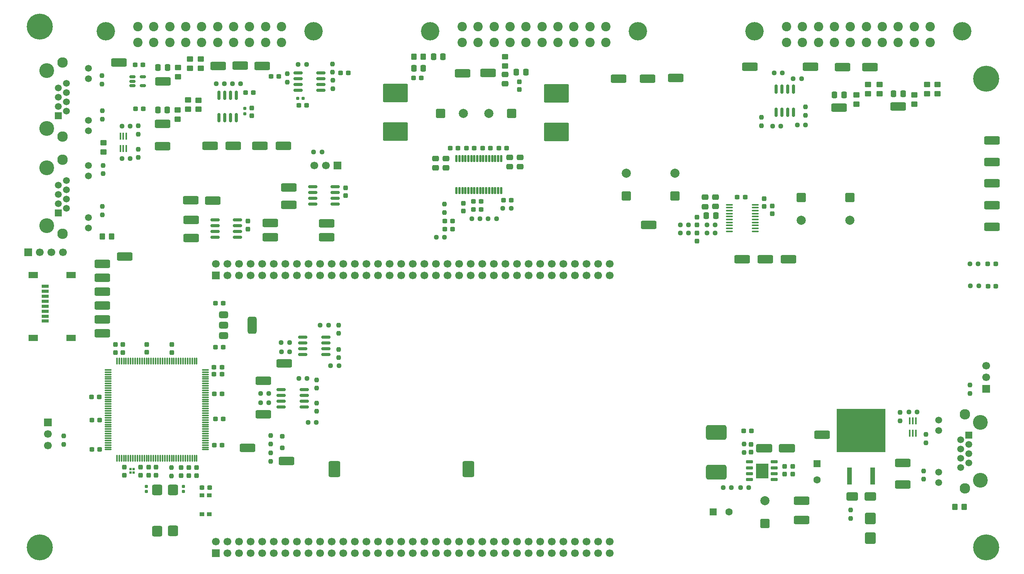
<source format=gbr>
%TF.GenerationSoftware,KiCad,Pcbnew,9.0.3*%
%TF.CreationDate,2025-10-14T12:15:04-07:00*%
%TF.ProjectId,VCU_v1,5643555f-7631-42e6-9b69-6361645f7063,rev?*%
%TF.SameCoordinates,Original*%
%TF.FileFunction,Soldermask,Top*%
%TF.FilePolarity,Negative*%
%FSLAX46Y46*%
G04 Gerber Fmt 4.6, Leading zero omitted, Abs format (unit mm)*
G04 Created by KiCad (PCBNEW 9.0.3) date 2025-10-14 12:15:04*
%MOMM*%
%LPD*%
G01*
G04 APERTURE LIST*
G04 Aperture macros list*
%AMRoundRect*
0 Rectangle with rounded corners*
0 $1 Rounding radius*
0 $2 $3 $4 $5 $6 $7 $8 $9 X,Y pos of 4 corners*
0 Add a 4 corners polygon primitive as box body*
4,1,4,$2,$3,$4,$5,$6,$7,$8,$9,$2,$3,0*
0 Add four circle primitives for the rounded corners*
1,1,$1+$1,$2,$3*
1,1,$1+$1,$4,$5*
1,1,$1+$1,$6,$7*
1,1,$1+$1,$8,$9*
0 Add four rect primitives between the rounded corners*
20,1,$1+$1,$2,$3,$4,$5,0*
20,1,$1+$1,$4,$5,$6,$7,0*
20,1,$1+$1,$6,$7,$8,$9,0*
20,1,$1+$1,$8,$9,$2,$3,0*%
G04 Aperture macros list end*
%ADD10C,0.100000*%
%ADD11RoundRect,0.237500X0.250000X0.237500X-0.250000X0.237500X-0.250000X-0.237500X0.250000X-0.237500X0*%
%ADD12RoundRect,0.250000X1.000000X0.650000X-1.000000X0.650000X-1.000000X-0.650000X1.000000X-0.650000X0*%
%ADD13RoundRect,0.390000X-0.910000X-1.360000X0.910000X-1.360000X0.910000X1.360000X-0.910000X1.360000X0*%
%ADD14RoundRect,0.237500X-0.237500X0.250000X-0.237500X-0.250000X0.237500X-0.250000X0.237500X0.250000X0*%
%ADD15RoundRect,0.250000X-1.450000X-0.650000X1.450000X-0.650000X1.450000X0.650000X-1.450000X0.650000X0*%
%ADD16RoundRect,0.375000X-0.625000X-0.375000X0.625000X-0.375000X0.625000X0.375000X-0.625000X0.375000X0*%
%ADD17RoundRect,0.500000X-0.500000X-1.400000X0.500000X-1.400000X0.500000X1.400000X-0.500000X1.400000X0*%
%ADD18RoundRect,0.250000X0.450000X-0.350000X0.450000X0.350000X-0.450000X0.350000X-0.450000X-0.350000X0*%
%ADD19C,3.600000*%
%ADD20C,5.700000*%
%ADD21RoundRect,0.237500X-0.250000X-0.237500X0.250000X-0.237500X0.250000X0.237500X-0.250000X0.237500X0*%
%ADD22RoundRect,0.250000X-0.337500X-0.475000X0.337500X-0.475000X0.337500X0.475000X-0.337500X0.475000X0*%
%ADD23RoundRect,0.237500X0.300000X0.237500X-0.300000X0.237500X-0.300000X-0.237500X0.300000X-0.237500X0*%
%ADD24C,3.250000*%
%ADD25R,1.500000X1.500000*%
%ADD26C,1.500000*%
%ADD27C,2.300000*%
%ADD28RoundRect,0.250000X0.337500X0.475000X-0.337500X0.475000X-0.337500X-0.475000X0.337500X-0.475000X0*%
%ADD29RoundRect,0.237500X0.237500X-0.250000X0.237500X0.250000X-0.237500X0.250000X-0.237500X-0.250000X0*%
%ADD30RoundRect,0.067500X0.157500X-0.682500X0.157500X0.682500X-0.157500X0.682500X-0.157500X-0.682500X0*%
%ADD31RoundRect,0.067500X-0.157500X0.682500X-0.157500X-0.682500X0.157500X-0.682500X0.157500X0.682500X0*%
%ADD32RoundRect,0.237500X-0.237500X0.300000X-0.237500X-0.300000X0.237500X-0.300000X0.237500X0.300000X0*%
%ADD33RoundRect,0.250000X0.750000X0.750000X-0.750000X0.750000X-0.750000X-0.750000X0.750000X-0.750000X0*%
%ADD34C,2.000000*%
%ADD35RoundRect,0.100000X-0.637500X-0.100000X0.637500X-0.100000X0.637500X0.100000X-0.637500X0.100000X0*%
%ADD36RoundRect,0.250000X-0.550000X-0.550000X0.550000X-0.550000X0.550000X0.550000X-0.550000X0.550000X0*%
%ADD37C,1.600000*%
%ADD38RoundRect,0.250000X-0.550000X0.550000X-0.550000X-0.550000X0.550000X-0.550000X0.550000X0.550000X0*%
%ADD39R,1.000000X0.900000*%
%ADD40C,4.038600*%
%ADD41C,2.057400*%
%ADD42RoundRect,0.250000X0.900000X-1.000000X0.900000X1.000000X-0.900000X1.000000X-0.900000X-1.000000X0*%
%ADD43R,1.700000X1.700000*%
%ADD44C,1.700000*%
%ADD45RoundRect,0.155000X-0.155000X0.212500X-0.155000X-0.212500X0.155000X-0.212500X0.155000X0.212500X0*%
%ADD46RoundRect,0.250000X2.500000X-1.750000X2.500000X1.750000X-2.500000X1.750000X-2.500000X-1.750000X0*%
%ADD47RoundRect,0.237500X0.237500X-0.300000X0.237500X0.300000X-0.237500X0.300000X-0.237500X-0.300000X0*%
%ADD48RoundRect,0.237500X-0.300000X-0.237500X0.300000X-0.237500X0.300000X0.237500X-0.300000X0.237500X0*%
%ADD49RoundRect,0.250000X1.450000X0.650000X-1.450000X0.650000X-1.450000X-0.650000X1.450000X-0.650000X0*%
%ADD50RoundRect,0.162500X0.825000X0.162500X-0.825000X0.162500X-0.825000X-0.162500X0.825000X-0.162500X0*%
%ADD51RoundRect,0.237500X0.287500X0.237500X-0.287500X0.237500X-0.287500X-0.237500X0.287500X-0.237500X0*%
%ADD52RoundRect,0.090000X-0.685000X-0.210000X0.685000X-0.210000X0.685000X0.210000X-0.685000X0.210000X0*%
%ADD53RoundRect,0.155000X0.155000X-0.212500X0.155000X0.212500X-0.155000X0.212500X-0.155000X-0.212500X0*%
%ADD54RoundRect,0.250000X-0.750000X-0.750000X0.750000X-0.750000X0.750000X0.750000X-0.750000X0.750000X0*%
%ADD55RoundRect,0.250000X1.500000X0.650000X-1.500000X0.650000X-1.500000X-0.650000X1.500000X-0.650000X0*%
%ADD56RoundRect,0.330000X-0.770000X0.820000X-0.770000X-0.820000X0.770000X-0.820000X0.770000X0.820000X0*%
%ADD57RoundRect,0.250000X-0.750000X0.750000X-0.750000X-0.750000X0.750000X-0.750000X0.750000X0.750000X0*%
%ADD58RoundRect,0.250000X0.350000X0.450000X-0.350000X0.450000X-0.350000X-0.450000X0.350000X-0.450000X0*%
%ADD59RoundRect,0.155000X-0.212500X-0.155000X0.212500X-0.155000X0.212500X0.155000X-0.212500X0.155000X0*%
%ADD60RoundRect,0.250000X0.250000X-0.250000X0.250000X0.250000X-0.250000X0.250000X-0.250000X-0.250000X0*%
%ADD61RoundRect,0.100000X-0.100000X0.650000X-0.100000X-0.650000X0.100000X-0.650000X0.100000X0.650000X0*%
%ADD62RoundRect,0.495000X-1.755000X-1.155000X1.755000X-1.155000X1.755000X1.155000X-1.755000X1.155000X0*%
%ADD63RoundRect,0.250000X0.475000X-0.337500X0.475000X0.337500X-0.475000X0.337500X-0.475000X-0.337500X0*%
%ADD64RoundRect,0.250000X-0.350000X-0.450000X0.350000X-0.450000X0.350000X0.450000X-0.350000X0.450000X0*%
%ADD65RoundRect,0.250000X-0.475000X0.337500X-0.475000X-0.337500X0.475000X-0.337500X0.475000X0.337500X0*%
%ADD66R,1.500000X0.800000*%
%ADD67R,2.000000X1.450000*%
%ADD68RoundRect,0.250000X0.750000X-0.750000X0.750000X0.750000X-0.750000X0.750000X-0.750000X-0.750000X0*%
%ADD69RoundRect,0.150000X0.825000X0.150000X-0.825000X0.150000X-0.825000X-0.150000X0.825000X-0.150000X0*%
%ADD70RoundRect,0.075000X0.075000X-0.662500X0.075000X0.662500X-0.075000X0.662500X-0.075000X-0.662500X0*%
%ADD71RoundRect,0.075000X0.662500X-0.075000X0.662500X0.075000X-0.662500X0.075000X-0.662500X-0.075000X0*%
%ADD72RoundRect,0.150000X-0.825000X-0.150000X0.825000X-0.150000X0.825000X0.150000X-0.825000X0.150000X0*%
%ADD73RoundRect,0.100000X0.100000X-0.650000X0.100000X0.650000X-0.100000X0.650000X-0.100000X-0.650000X0*%
%ADD74RoundRect,0.070500X0.164500X-0.189500X0.164500X0.189500X-0.164500X0.189500X-0.164500X-0.189500X0*%
%ADD75R,10.670000X9.450000*%
%ADD76R,1.050000X3.800000*%
%ADD77RoundRect,0.150000X-0.150000X0.825000X-0.150000X-0.825000X0.150000X-0.825000X0.150000X0.825000X0*%
%ADD78RoundRect,0.250000X-0.450000X0.350000X-0.450000X-0.350000X0.450000X-0.350000X0.450000X0.350000X0*%
%ADD79RoundRect,0.162500X0.162500X-0.825000X0.162500X0.825000X-0.162500X0.825000X-0.162500X-0.825000X0*%
%ADD80RoundRect,0.150000X-0.512500X-0.150000X0.512500X-0.150000X0.512500X0.150000X-0.512500X0.150000X0*%
G04 APERTURE END LIST*
%TO.C,U2*%
D10*
X187008000Y-153098000D02*
X189608000Y-153098000D01*
X189608000Y-156198000D01*
X187008000Y-156198000D01*
X187008000Y-153098000D01*
G36*
X187008000Y-153098000D02*
G01*
X189608000Y-153098000D01*
X189608000Y-156198000D01*
X187008000Y-156198000D01*
X187008000Y-153098000D01*
G37*
%TD*%
D11*
%TO.C,R23*%
X126492000Y-99314000D03*
X124667000Y-99314000D03*
%TD*%
D12*
%TO.C,D5*%
X212058000Y-160274000D03*
X208058000Y-160274000D03*
%TD*%
D13*
%TO.C,BT1*%
X94520000Y-154269773D03*
X123920000Y-154269773D03*
%TD*%
D14*
%TO.C,R60*%
X188222611Y-77065500D03*
X188222611Y-78890500D03*
%TD*%
D15*
%TO.C,TP48*%
X196998021Y-161218766D03*
%TD*%
D16*
%TO.C,U3*%
X70256000Y-120382000D03*
X70256000Y-122682000D03*
D17*
X76556000Y-122682000D03*
D16*
X70256000Y-124982000D03*
%TD*%
D18*
%TO.C,R61*%
X60198000Y-77454000D03*
X60198000Y-75454000D03*
%TD*%
D19*
%TO.C,H1*%
X237490000Y-68580000D03*
D20*
X237490000Y-68580000D03*
%TD*%
D21*
%TO.C,R49*%
X93732849Y-131572000D03*
X95557849Y-131572000D03*
%TD*%
D15*
%TO.C,TP53*%
X48564500Y-107645500D03*
%TD*%
D22*
%TO.C,C81*%
X55900943Y-66116891D03*
X57975943Y-66116891D03*
%TD*%
D18*
%TO.C,R72*%
X209050611Y-74152000D03*
X209050611Y-72152000D03*
%TD*%
D23*
%TO.C,C60*%
X132342177Y-83844001D03*
X130617177Y-83844001D03*
%TD*%
D24*
%TO.C,J8*%
X31500000Y-100840000D03*
X31500000Y-88140000D03*
D25*
X34040000Y-98050000D03*
D26*
X35820000Y-97034000D03*
X34040000Y-96018000D03*
X35820000Y-95002000D03*
X34040000Y-93986000D03*
X35820000Y-92970000D03*
X34040000Y-91954000D03*
X35820000Y-90938000D03*
X40640000Y-101350000D03*
X40640000Y-99060000D03*
X40640000Y-89920000D03*
X40640000Y-87630000D03*
D27*
X34930000Y-102620000D03*
X34930000Y-86360000D03*
%TD*%
D28*
%TO.C,C71*%
X178183490Y-98657678D03*
X176108490Y-98657678D03*
%TD*%
D22*
%TO.C,C69*%
X111992500Y-66318001D03*
X114067500Y-66318001D03*
%TD*%
D15*
%TO.C,TP10*%
X78740000Y-65786000D03*
%TD*%
D29*
%TO.C,R48*%
X80556501Y-148755000D03*
X80556501Y-146930000D03*
%TD*%
D21*
%TO.C,R41*%
X90019500Y-84709000D03*
X91844500Y-84709000D03*
%TD*%
D18*
%TO.C,R64*%
X62484000Y-75279000D03*
X62484000Y-73279000D03*
%TD*%
D15*
%TO.C,TP57*%
X238760000Y-86868000D03*
%TD*%
D18*
%TO.C,R58*%
X65278000Y-66294000D03*
X65278000Y-64294000D03*
%TD*%
D30*
%TO.C,U13*%
X121344000Y-93106000D03*
X121994000Y-93106000D03*
X122644000Y-93106000D03*
X123294000Y-93106000D03*
X123944000Y-93106000D03*
X124594000Y-93106000D03*
X125244000Y-93106000D03*
X125894000Y-93106000D03*
X126544000Y-93106000D03*
X127194000Y-93106000D03*
X127844000Y-93106000D03*
X128494000Y-93106000D03*
X129144000Y-93106000D03*
X129794000Y-93106000D03*
X130444000Y-93106000D03*
X131094000Y-93106000D03*
D31*
X131094000Y-86106000D03*
X130444000Y-86106000D03*
X129794000Y-86106000D03*
X129144000Y-86106000D03*
X128494000Y-86106000D03*
X127844000Y-86106000D03*
X127194000Y-86106000D03*
X126544000Y-86106000D03*
X125894000Y-86106000D03*
X125244000Y-86106000D03*
X124594000Y-86106000D03*
X123944000Y-86106000D03*
X123294000Y-86106000D03*
X122644000Y-86106000D03*
X121994000Y-86106000D03*
X121344000Y-86106000D03*
%TD*%
D23*
%TO.C,C26*%
X69945001Y-137783001D03*
X68220001Y-137783001D03*
%TD*%
D15*
%TO.C,TP56*%
X238760000Y-82095000D03*
%TD*%
D22*
%TO.C,C84*%
X204203111Y-72136000D03*
X206278111Y-72136000D03*
%TD*%
D32*
%TO.C,C28*%
X58922501Y-126944900D03*
X58922501Y-128669900D03*
%TD*%
D15*
%TO.C,TP30*%
X163195000Y-68580000D03*
%TD*%
D14*
%TO.C,R38*%
X43561000Y-67921500D03*
X43561000Y-69746500D03*
%TD*%
D24*
%TO.C,J7*%
X31496000Y-79498000D03*
X31496000Y-66798000D03*
D25*
X34036000Y-76708000D03*
D26*
X35816000Y-75692000D03*
X34036000Y-74676000D03*
X35816000Y-73660000D03*
X34036000Y-72644000D03*
X35816000Y-71628000D03*
X34036000Y-70612000D03*
X35816000Y-69596000D03*
X40636000Y-80008000D03*
X40636000Y-77718000D03*
X40636000Y-68578000D03*
X40636000Y-66288000D03*
D27*
X34926000Y-81278000D03*
X34926000Y-65018000D03*
%TD*%
D33*
%TO.C,C65*%
X133431677Y-76224001D03*
D34*
X128431677Y-76224001D03*
%TD*%
D35*
%TO.C,U14*%
X181141490Y-96240678D03*
X181141490Y-96890678D03*
X181141490Y-97540678D03*
X181141490Y-98190678D03*
X181141490Y-98840678D03*
X181141490Y-99490678D03*
X181141490Y-100140678D03*
X181141490Y-100790678D03*
X181141490Y-101440678D03*
X181141490Y-102090678D03*
X186866490Y-102090678D03*
X186866490Y-101440678D03*
X186866490Y-100790678D03*
X186866490Y-100140678D03*
X186866490Y-99490678D03*
X186866490Y-98840678D03*
X186866490Y-98190678D03*
X186866490Y-97540678D03*
X186866490Y-96890678D03*
X186866490Y-96240678D03*
%TD*%
D18*
%TO.C,R35*%
X43942000Y-84677000D03*
X43942000Y-82677000D03*
%TD*%
%TO.C,R67*%
X214130611Y-71893000D03*
X214130611Y-69893000D03*
%TD*%
D21*
%TO.C,R62*%
X190612111Y-78994000D03*
X192437111Y-78994000D03*
%TD*%
D36*
%TO.C,C11*%
X177602000Y-163660000D03*
D37*
X181102000Y-163660000D03*
%TD*%
D15*
%TO.C,TP21*%
X84582000Y-92481400D03*
%TD*%
D38*
%TO.C,C2*%
X200406000Y-153117349D03*
D37*
X200406000Y-156617349D03*
%TD*%
D39*
%TO.C,SW1*%
X65541800Y-164149300D03*
X65541800Y-160049300D03*
X67141800Y-164149300D03*
X67141800Y-160049300D03*
%TD*%
D15*
%TO.C,TP17*%
X63142500Y-103555800D03*
%TD*%
D32*
%TO.C,C38*%
X53791701Y-153867800D03*
X53791701Y-155592800D03*
%TD*%
D15*
%TO.C,TP37*%
X218194611Y-74676000D03*
%TD*%
D29*
%TO.C,R76*%
X51562000Y-80772000D03*
X51562000Y-78947000D03*
%TD*%
D11*
%TO.C,R53*%
X84739349Y-128508255D03*
X82914349Y-128508255D03*
%TD*%
D40*
%TO.C,U6*%
X89950011Y-58166000D03*
X44450000Y-58166000D03*
D41*
X82950010Y-60626001D03*
X79450009Y-60626001D03*
X75950008Y-60626001D03*
X72450005Y-60626001D03*
X68950005Y-60626001D03*
X65450004Y-60626001D03*
X61950003Y-60626001D03*
X58450003Y-60626001D03*
X54950002Y-60626001D03*
X51450001Y-60626001D03*
X82950010Y-57125999D03*
X79450009Y-57125999D03*
X75950008Y-57125999D03*
X72450005Y-57125999D03*
X68950005Y-57125999D03*
X65450004Y-57125999D03*
X61950003Y-57125999D03*
X58450003Y-57125999D03*
X54950002Y-57125999D03*
X51450001Y-57125999D03*
%TD*%
D15*
%TO.C,TP5*%
X219151200Y-152908000D03*
%TD*%
%TO.C,TP59*%
X238760000Y-96393000D03*
%TD*%
D40*
%TO.C,U7*%
X161070011Y-58166000D03*
X115570000Y-58166000D03*
D41*
X154070010Y-60626001D03*
X150570009Y-60626001D03*
X147070008Y-60626001D03*
X143570005Y-60626001D03*
X140070005Y-60626001D03*
X136570004Y-60626001D03*
X133070003Y-60626001D03*
X129570003Y-60626001D03*
X126070002Y-60626001D03*
X122570001Y-60626001D03*
X154070010Y-57125999D03*
X150570009Y-57125999D03*
X147070008Y-57125999D03*
X143570005Y-57125999D03*
X140070005Y-57125999D03*
X136570004Y-57125999D03*
X133070003Y-57125999D03*
X129570003Y-57125999D03*
X126070002Y-57125999D03*
X122570001Y-57125999D03*
%TD*%
D15*
%TO.C,TP19*%
X80530300Y-103352600D03*
%TD*%
D14*
%TO.C,R47*%
X80556501Y-150740000D03*
X80556501Y-152565000D03*
%TD*%
D42*
%TO.C,D6*%
X212090000Y-169418000D03*
X212090000Y-165118000D03*
%TD*%
D43*
%TO.C,JP3*%
X237490000Y-136652000D03*
D44*
X237490000Y-134112000D03*
X237490000Y-131572000D03*
%TD*%
D45*
%TO.C,C34*%
X53325300Y-158053300D03*
X53325300Y-159188300D03*
%TD*%
D46*
%TO.C,L3*%
X107950000Y-80220001D03*
X107950000Y-71720001D03*
%TD*%
D15*
%TO.C,TP39*%
X205994000Y-66040000D03*
%TD*%
D14*
%TO.C,R46*%
X90684849Y-134707755D03*
X90684849Y-136532755D03*
%TD*%
D15*
%TO.C,TP38*%
X205240611Y-74930000D03*
%TD*%
D47*
%TO.C,C23*%
X64307301Y-155694400D03*
X64307301Y-153969400D03*
%TD*%
D23*
%TO.C,C16*%
X70204500Y-117856000D03*
X68479500Y-117856000D03*
%TD*%
D15*
%TO.C,TP11*%
X78232000Y-83312000D03*
%TD*%
D11*
%TO.C,R14*%
X88426700Y-65455800D03*
X86601700Y-65455800D03*
%TD*%
D48*
%TO.C,C30*%
X41296001Y-138475400D03*
X43021001Y-138475400D03*
%TD*%
D23*
%TO.C,C58*%
X125230177Y-83844001D03*
X123505177Y-83844001D03*
%TD*%
D49*
%TO.C,TP27*%
X79000849Y-142224255D03*
%TD*%
D50*
%TO.C,Q3*%
X87920001Y-140603500D03*
X87920001Y-139333500D03*
X87920001Y-138063500D03*
X87920001Y-136793500D03*
X82845001Y-136793500D03*
X82845001Y-138063500D03*
X82845001Y-139333500D03*
X82845001Y-140603500D03*
%TD*%
D18*
%TO.C,R68*%
X226830611Y-71898000D03*
X226830611Y-69898000D03*
%TD*%
D32*
%TO.C,C20*%
X53436101Y-126926000D03*
X53436101Y-128651000D03*
%TD*%
D15*
%TO.C,TP14*%
X69088000Y-65786000D03*
%TD*%
D49*
%TO.C,TP31*%
X83572849Y-131048255D03*
%TD*%
D11*
%TO.C,R4*%
X84732500Y-126492000D03*
X82907500Y-126492000D03*
%TD*%
D51*
%TO.C,D7*%
X239569146Y-109216951D03*
X237819146Y-109216951D03*
%TD*%
D15*
%TO.C,TP26*%
X128270000Y-67310000D03*
%TD*%
%TO.C,TP55*%
X83349406Y-83310590D03*
%TD*%
%TO.C,TP22*%
X92837000Y-103378000D03*
%TD*%
D52*
%TO.C,U2*%
X185608000Y-152698000D03*
X185608000Y-153998000D03*
X185608000Y-155298000D03*
X185608000Y-156598000D03*
X191008000Y-156598000D03*
X191008000Y-155298000D03*
X191008000Y-153998000D03*
X191008000Y-152698000D03*
%TD*%
D53*
%TO.C,C5*%
X74930000Y-76259500D03*
X74930000Y-75124500D03*
%TD*%
D54*
%TO.C,C66*%
X117843677Y-76224001D03*
D34*
X122843677Y-76224001D03*
%TD*%
D15*
%TO.C,TP25*%
X122682000Y-67437000D03*
%TD*%
D47*
%TO.C,C36*%
X48499300Y-155613800D03*
X48499300Y-153888800D03*
%TD*%
D55*
%TO.C,D2*%
X193762000Y-149690000D03*
X188762000Y-149690000D03*
%TD*%
D23*
%TO.C,C17*%
X52578000Y-65532000D03*
X50853000Y-65532000D03*
%TD*%
D47*
%TO.C,C7*%
X76454000Y-76708000D03*
X76454000Y-74983000D03*
%TD*%
D11*
%TO.C,R29*%
X178058490Y-102467678D03*
X176233490Y-102467678D03*
%TD*%
D22*
%TO.C,C82*%
X55858500Y-75438000D03*
X57933500Y-75438000D03*
%TD*%
D15*
%TO.C,TP47*%
X43688000Y-109220000D03*
%TD*%
D29*
%TO.C,R15*%
X94169000Y-67183000D03*
X94169000Y-65358000D03*
%TD*%
D32*
%TO.C,C4*%
X195072000Y-153653500D03*
X195072000Y-155378500D03*
%TD*%
D15*
%TO.C,TP28*%
X156845000Y-68580000D03*
%TD*%
%TO.C,TP4*%
X47310022Y-65004552D03*
%TD*%
D43*
%TO.C,JP1*%
X31750000Y-144018000D03*
D44*
X31750000Y-146558000D03*
X31750000Y-149098000D03*
%TD*%
D48*
%TO.C,C9*%
X95911500Y-67310000D03*
X97636500Y-67310000D03*
%TD*%
D14*
%TO.C,R2*%
X184404000Y-148777500D03*
X184404000Y-150602500D03*
%TD*%
D11*
%TO.C,R22*%
X118726677Y-103402001D03*
X116901677Y-103402001D03*
%TD*%
D43*
%TO.C,J1*%
X27432000Y-106680000D03*
D44*
X29972000Y-106680000D03*
X32512000Y-106680000D03*
X35052000Y-106680000D03*
%TD*%
D56*
%TO.C,Y1*%
X55667300Y-158815300D03*
X55667300Y-167865300D03*
X59167300Y-167815300D03*
X59167300Y-158815300D03*
%TD*%
D57*
%TO.C,C53*%
X196957990Y-94673678D03*
D34*
X196957990Y-99673678D03*
%TD*%
D15*
%TO.C,TP45*%
X43688000Y-115316000D03*
%TD*%
D14*
%TO.C,R25*%
X118726677Y-96139501D03*
X118726677Y-97964501D03*
%TD*%
D23*
%TO.C,C14*%
X52678500Y-75184000D03*
X50953500Y-75184000D03*
%TD*%
D18*
%TO.C,R73*%
X224544611Y-71866000D03*
X224544611Y-69866000D03*
%TD*%
D11*
%TO.C,R1*%
X235862500Y-114046000D03*
X234037500Y-114046000D03*
%TD*%
D58*
%TO.C,R37*%
X45704000Y-103251000D03*
X43704000Y-103251000D03*
%TD*%
D15*
%TO.C,TP58*%
X238760000Y-91567000D03*
%TD*%
D47*
%TO.C,C51*%
X122843677Y-97660501D03*
X122843677Y-95935501D03*
%TD*%
D59*
%TO.C,C1*%
X86554500Y-72898000D03*
X87689500Y-72898000D03*
%TD*%
D48*
%TO.C,C57*%
X119949177Y-83844001D03*
X121674177Y-83844001D03*
%TD*%
D11*
%TO.C,R78*%
X49807500Y-78994000D03*
X47982500Y-78994000D03*
%TD*%
D47*
%TO.C,C77*%
X174097990Y-104192678D03*
X174097990Y-102467678D03*
%TD*%
D23*
%TO.C,C25*%
X70204500Y-143256000D03*
X68479500Y-143256000D03*
%TD*%
D11*
%TO.C,R5*%
X181610000Y-158326000D03*
X179785000Y-158326000D03*
%TD*%
D60*
%TO.C,D8*%
X83096501Y-149580500D03*
X83096501Y-147080500D03*
%TD*%
D48*
%TO.C,C50*%
X118779677Y-99846001D03*
X120504677Y-99846001D03*
%TD*%
D15*
%TO.C,TP50*%
X219151200Y-157653000D03*
%TD*%
D61*
%TO.C,Q2*%
X222024300Y-143698600D03*
X221374300Y-143698600D03*
X220724300Y-143698600D03*
X220724300Y-146358600D03*
X221374300Y-146358600D03*
X222024300Y-146358600D03*
%TD*%
D21*
%TO.C,R19*%
X72188700Y-69697600D03*
X74013700Y-69697600D03*
%TD*%
D22*
%TO.C,C83*%
X217157111Y-71882000D03*
X219232111Y-71882000D03*
%TD*%
D50*
%TO.C,Q4*%
X92714349Y-129143255D03*
X92714349Y-127873255D03*
X92714349Y-126603255D03*
X92714349Y-125333255D03*
X87639349Y-125333255D03*
X87639349Y-126603255D03*
X87639349Y-127873255D03*
X87639349Y-129143255D03*
%TD*%
D11*
%TO.C,R30*%
X178058490Y-100689678D03*
X176233490Y-100689678D03*
%TD*%
D62*
%TO.C,L2*%
X178308000Y-146240000D03*
X178308000Y-154940000D03*
%TD*%
D21*
%TO.C,R36*%
X220499300Y-141732000D03*
X222324300Y-141732000D03*
%TD*%
D48*
%TO.C,C32*%
X41346801Y-149956200D03*
X43071801Y-149956200D03*
%TD*%
D21*
%TO.C,R20*%
X68632700Y-69697600D03*
X70457700Y-69697600D03*
%TD*%
D14*
%TO.C,R13*%
X84212200Y-67487800D03*
X84212200Y-69312800D03*
%TD*%
D11*
%TO.C,R51*%
X80167349Y-139684255D03*
X78342349Y-139684255D03*
%TD*%
D48*
%TO.C,C31*%
X41346801Y-143555400D03*
X43071801Y-143555400D03*
%TD*%
D15*
%TO.C,TP40*%
X185623200Y-65989200D03*
%TD*%
%TO.C,TP52*%
X56896000Y-83439000D03*
%TD*%
D63*
%TO.C,C74*%
X131953000Y-69712250D03*
X131953000Y-67637250D03*
%TD*%
D15*
%TO.C,TP6*%
X201523600Y-146699200D03*
%TD*%
D32*
%TO.C,C6*%
X193294000Y-153653500D03*
X193294000Y-155378500D03*
%TD*%
D29*
%TO.C,R42*%
X233934000Y-137668000D03*
X233934000Y-135843000D03*
%TD*%
D49*
%TO.C,TP29*%
X79000849Y-134858255D03*
%TD*%
D14*
%TO.C,R39*%
X43815000Y-87606500D03*
X43815000Y-89431500D03*
%TD*%
D48*
%TO.C,C49*%
X125029177Y-95528001D03*
X126754177Y-95528001D03*
%TD*%
D47*
%TO.C,C19*%
X62630901Y-155694400D03*
X62630901Y-153969400D03*
%TD*%
D11*
%TO.C,R32*%
X172216490Y-100689678D03*
X170391490Y-100689678D03*
%TD*%
D64*
%TO.C,R33*%
X230648000Y-162560000D03*
X232648000Y-162560000D03*
%TD*%
D11*
%TO.C,R7*%
X192786000Y-67310000D03*
X190961000Y-67310000D03*
%TD*%
D15*
%TO.C,TP46*%
X43688000Y-112268000D03*
%TD*%
D32*
%TO.C,C54*%
X188829990Y-94900678D03*
X188829990Y-96625678D03*
%TD*%
D15*
%TO.C,TP12*%
X73914000Y-65742615D03*
%TD*%
D65*
%TO.C,C63*%
X116747677Y-86108501D03*
X116747677Y-88183501D03*
%TD*%
D66*
%TO.C,J4*%
X31130000Y-121801000D03*
X31130000Y-120701000D03*
X31130000Y-119601000D03*
X31130000Y-118501000D03*
X31130000Y-117401000D03*
X31130000Y-116301000D03*
X31130000Y-115201000D03*
X31130000Y-114101000D03*
D67*
X28530000Y-125476000D03*
X36830000Y-125476000D03*
X28530000Y-111726000D03*
X36830000Y-111726000D03*
%TD*%
D15*
%TO.C,TP36*%
X56896000Y-78486000D03*
%TD*%
D14*
%TO.C,R21*%
X43688000Y-96623500D03*
X43688000Y-98448500D03*
%TD*%
D23*
%TO.C,C24*%
X69945001Y-149041800D03*
X68220001Y-149041800D03*
%TD*%
D21*
%TO.C,R31*%
X170391490Y-102467678D03*
X172216490Y-102467678D03*
%TD*%
D48*
%TO.C,C40*%
X75083500Y-71628000D03*
X76808500Y-71628000D03*
%TD*%
D24*
%TO.C,J6*%
X236220000Y-144018000D03*
X236220000Y-156718000D03*
D25*
X233680000Y-146808000D03*
D26*
X231900000Y-147824000D03*
X233680000Y-148840000D03*
X231900000Y-149856000D03*
X233680000Y-150872000D03*
X231900000Y-151888000D03*
X233680000Y-152904000D03*
X231900000Y-153920000D03*
X227080000Y-143508000D03*
X227080000Y-145798000D03*
X227080000Y-154938000D03*
X227080000Y-157228000D03*
D27*
X232790000Y-142238000D03*
X232790000Y-158498000D03*
%TD*%
D43*
%TO.C,JP2*%
X95250000Y-87630000D03*
D44*
X92710000Y-87630000D03*
X90170000Y-87630000D03*
%TD*%
D68*
%TO.C,C76*%
X158603990Y-94339678D03*
D34*
X158603990Y-89339678D03*
%TD*%
D48*
%TO.C,C52*%
X131633177Y-95274001D03*
X133358177Y-95274001D03*
%TD*%
D19*
%TO.C,H2*%
X29972000Y-57150000D03*
D20*
X29972000Y-57150000D03*
%TD*%
D47*
%TO.C,C64*%
X190607990Y-98250178D03*
X190607990Y-96525178D03*
%TD*%
D32*
%TO.C,C29*%
X46578101Y-126944900D03*
X46578101Y-128669900D03*
%TD*%
D47*
%TO.C,C46*%
X97028000Y-94259400D03*
X97028000Y-92534400D03*
%TD*%
D29*
%TO.C,R34*%
X218617800Y-143687800D03*
X218617800Y-141862800D03*
%TD*%
D15*
%TO.C,TP24*%
X163489177Y-100679451D03*
%TD*%
%TO.C,TP42*%
X43688000Y-124460000D03*
%TD*%
D29*
%TO.C,R17*%
X223774000Y-156511000D03*
X223774000Y-154686000D03*
%TD*%
D14*
%TO.C,R18*%
X43688000Y-75645000D03*
X43688000Y-77470000D03*
%TD*%
D48*
%TO.C,C3*%
X86767500Y-74422000D03*
X88492500Y-74422000D03*
%TD*%
D23*
%TO.C,C15*%
X70204500Y-127508000D03*
X68479500Y-127508000D03*
%TD*%
D29*
%TO.C,R50*%
X95510849Y-129825255D03*
X95510849Y-128000255D03*
%TD*%
D14*
%TO.C,R75*%
X51562000Y-84074000D03*
X51562000Y-85899000D03*
%TD*%
D43*
%TO.C,J3*%
X68580000Y-111760000D03*
D44*
X68580000Y-109220000D03*
X71120000Y-111760000D03*
X71120000Y-109220000D03*
X73660000Y-111760000D03*
X73660000Y-109220000D03*
X76200000Y-111760000D03*
X76200000Y-109220000D03*
X78740000Y-111760000D03*
X78740000Y-109220000D03*
X81280000Y-111760000D03*
X81280000Y-109220000D03*
X83820000Y-111760000D03*
X83820000Y-109220000D03*
X86360000Y-111760000D03*
X86360000Y-109220000D03*
X88900000Y-111760000D03*
X88900000Y-109220000D03*
X91440000Y-111760000D03*
X91440000Y-109220000D03*
X93980000Y-111760000D03*
X93980000Y-109220000D03*
X96520000Y-111760000D03*
X96520000Y-109220000D03*
X99060000Y-111760000D03*
X99060000Y-109220000D03*
X101600000Y-111760000D03*
X101600000Y-109220000D03*
X104140000Y-111760000D03*
X104140000Y-109220000D03*
X106680000Y-111760000D03*
X106680000Y-109220000D03*
X109220000Y-111760000D03*
X109220000Y-109220000D03*
X111760000Y-111760000D03*
X111760000Y-109220000D03*
X114300000Y-111760000D03*
X114300000Y-109220000D03*
X116840000Y-111760000D03*
X116840000Y-109220000D03*
X119380000Y-111760000D03*
X119380000Y-109220000D03*
X121920000Y-111760000D03*
X121920000Y-109220000D03*
X124460000Y-111760000D03*
X124460000Y-109220000D03*
X127000000Y-111760000D03*
X127000000Y-109220000D03*
X129540000Y-111760000D03*
X129540000Y-109220000D03*
X132080000Y-111760000D03*
X132080000Y-109220000D03*
X134620000Y-111760000D03*
X134620000Y-109220000D03*
X137160000Y-111760000D03*
X137160000Y-109220000D03*
X139700000Y-111760000D03*
X139700000Y-109220000D03*
X142240000Y-111760000D03*
X142240000Y-109220000D03*
X144780000Y-111760000D03*
X144780000Y-109220000D03*
X147320000Y-111760000D03*
X147320000Y-109220000D03*
X149860000Y-111760000D03*
X149860000Y-109220000D03*
X152400000Y-111760000D03*
X152400000Y-109220000D03*
X154940000Y-111760000D03*
X154940000Y-109220000D03*
%TD*%
D69*
%TO.C,U9*%
X91564000Y-71120000D03*
X91564000Y-69850000D03*
X91564000Y-68580000D03*
X91564000Y-67310000D03*
X86614000Y-67310000D03*
X86614000Y-68580000D03*
X86614000Y-69850000D03*
X86614000Y-71120000D03*
%TD*%
D32*
%TO.C,C78*%
X174097990Y-98964678D03*
X174097990Y-100689678D03*
%TD*%
D19*
%TO.C,H3*%
X237490000Y-171450000D03*
D20*
X237490000Y-171450000D03*
%TD*%
D70*
%TO.C,U5*%
X46870501Y-151906500D03*
X47370501Y-151906500D03*
X47870501Y-151906501D03*
X48370501Y-151906500D03*
X48870501Y-151906500D03*
X49370502Y-151906500D03*
X49870501Y-151906500D03*
X50370500Y-151906500D03*
X50870501Y-151906500D03*
X51370501Y-151906500D03*
X51870502Y-151906500D03*
X52370501Y-151906500D03*
X52870501Y-151906500D03*
X53370501Y-151906500D03*
X53870501Y-151906500D03*
X54370501Y-151906501D03*
X54870501Y-151906500D03*
X55370501Y-151906500D03*
X55870501Y-151906500D03*
X56370501Y-151906500D03*
X56870501Y-151906501D03*
X57370501Y-151906500D03*
X57870501Y-151906500D03*
X58370501Y-151906500D03*
X58870501Y-151906500D03*
X59370500Y-151906500D03*
X59870501Y-151906500D03*
X60370501Y-151906500D03*
X60870502Y-151906500D03*
X61370501Y-151906500D03*
X61870500Y-151906500D03*
X62370501Y-151906500D03*
X62870501Y-151906500D03*
X63370501Y-151906501D03*
X63870501Y-151906500D03*
X64370501Y-151906500D03*
D71*
X66283001Y-149994000D03*
X66283001Y-149494000D03*
X66283002Y-148994000D03*
X66283001Y-148494000D03*
X66283001Y-147994000D03*
X66283001Y-147493999D03*
X66283001Y-146994000D03*
X66283001Y-146494001D03*
X66283001Y-145994000D03*
X66283001Y-145494000D03*
X66283001Y-144993999D03*
X66283001Y-144494000D03*
X66283001Y-143994000D03*
X66283001Y-143494000D03*
X66283001Y-142994000D03*
X66283002Y-142494000D03*
X66283001Y-141994000D03*
X66283001Y-141494000D03*
X66283001Y-140994000D03*
X66283001Y-140494000D03*
X66283002Y-139994000D03*
X66283001Y-139494000D03*
X66283001Y-138994000D03*
X66283001Y-138494000D03*
X66283001Y-137994000D03*
X66283001Y-137494001D03*
X66283001Y-136994000D03*
X66283001Y-136494000D03*
X66283001Y-135993999D03*
X66283001Y-135494000D03*
X66283001Y-134994001D03*
X66283001Y-134494000D03*
X66283001Y-133994000D03*
X66283002Y-133494000D03*
X66283001Y-132994000D03*
X66283001Y-132494000D03*
D70*
X64370501Y-130581500D03*
X63870501Y-130581500D03*
X63370501Y-130581499D03*
X62870501Y-130581500D03*
X62370501Y-130581500D03*
X61870500Y-130581500D03*
X61370501Y-130581500D03*
X60870502Y-130581500D03*
X60370501Y-130581500D03*
X59870501Y-130581500D03*
X59370500Y-130581500D03*
X58870501Y-130581500D03*
X58370501Y-130581500D03*
X57870501Y-130581500D03*
X57370501Y-130581500D03*
X56870501Y-130581499D03*
X56370501Y-130581500D03*
X55870501Y-130581500D03*
X55370501Y-130581500D03*
X54870501Y-130581500D03*
X54370501Y-130581499D03*
X53870501Y-130581500D03*
X53370501Y-130581500D03*
X52870501Y-130581500D03*
X52370501Y-130581500D03*
X51870502Y-130581500D03*
X51370501Y-130581500D03*
X50870501Y-130581500D03*
X50370500Y-130581500D03*
X49870501Y-130581500D03*
X49370502Y-130581500D03*
X48870501Y-130581500D03*
X48370501Y-130581500D03*
X47870501Y-130581499D03*
X47370501Y-130581500D03*
X46870501Y-130581500D03*
D71*
X44958001Y-132494000D03*
X44958001Y-132994000D03*
X44958000Y-133494000D03*
X44958001Y-133994000D03*
X44958001Y-134494000D03*
X44958001Y-134994001D03*
X44958001Y-135494000D03*
X44958001Y-135993999D03*
X44958001Y-136494000D03*
X44958001Y-136994000D03*
X44958001Y-137494001D03*
X44958001Y-137994000D03*
X44958001Y-138494000D03*
X44958001Y-138994000D03*
X44958001Y-139494000D03*
X44958000Y-139994000D03*
X44958001Y-140494000D03*
X44958001Y-140994000D03*
X44958001Y-141494000D03*
X44958001Y-141994000D03*
X44958000Y-142494000D03*
X44958001Y-142994000D03*
X44958001Y-143494000D03*
X44958001Y-143994000D03*
X44958001Y-144494000D03*
X44958001Y-144993999D03*
X44958001Y-145494000D03*
X44958001Y-145994000D03*
X44958001Y-146494001D03*
X44958001Y-146994000D03*
X44958001Y-147493999D03*
X44958001Y-147994000D03*
X44958001Y-148494000D03*
X44958000Y-148994000D03*
X44958001Y-149494000D03*
X44958001Y-149994000D03*
%TD*%
D72*
%TO.C,U11*%
X68352500Y-99568000D03*
X68352500Y-100838000D03*
X68352500Y-102108000D03*
X68352500Y-103378000D03*
X73302500Y-103378000D03*
X73302500Y-102108000D03*
X73302500Y-100838000D03*
X73302500Y-99568000D03*
%TD*%
D18*
%TO.C,R66*%
X221750611Y-74152000D03*
X221750611Y-72152000D03*
%TD*%
D11*
%TO.C,R8*%
X197000500Y-68580000D03*
X195175500Y-68580000D03*
%TD*%
D22*
%TO.C,C70*%
X134471500Y-67183000D03*
X136546500Y-67183000D03*
%TD*%
D65*
%TO.C,C55*%
X133003677Y-85854501D03*
X133003677Y-87929501D03*
%TD*%
D73*
%TO.C,Q6*%
X47610000Y-83880000D03*
X48260000Y-83880000D03*
X48910000Y-83880000D03*
X48910000Y-81220000D03*
X48260000Y-81220000D03*
X47610000Y-81220000D03*
%TD*%
D57*
%TO.C,C61*%
X207625990Y-94673678D03*
D34*
X207625990Y-99673678D03*
%TD*%
D21*
%TO.C,R44*%
X86724349Y-134350255D03*
X88549349Y-134350255D03*
%TD*%
D74*
%TO.C,Y2*%
X50531300Y-155063300D03*
X50531300Y-154243300D03*
X49861300Y-154243300D03*
X49861300Y-155063300D03*
%TD*%
D21*
%TO.C,R6*%
X183595000Y-158326000D03*
X185420000Y-158326000D03*
%TD*%
D15*
%TO.C,TP13*%
X72390000Y-83312000D03*
%TD*%
D14*
%TO.C,R10*%
X35202500Y-147019000D03*
X35202500Y-148844000D03*
%TD*%
D72*
%TO.C,U12*%
X89792000Y-92329000D03*
X89792000Y-93599000D03*
X89792000Y-94869000D03*
X89792000Y-96139000D03*
X94742000Y-96139000D03*
X94742000Y-94869000D03*
X94742000Y-93599000D03*
X94742000Y-92329000D03*
%TD*%
D58*
%TO.C,R27*%
X114030000Y-63778001D03*
X112030000Y-63778001D03*
%TD*%
D51*
%TO.C,D4*%
X239620111Y-114099000D03*
X237870111Y-114099000D03*
%TD*%
D15*
%TO.C,TP35*%
X56938443Y-69164891D03*
%TD*%
D11*
%TO.C,R70*%
X197874611Y-78740000D03*
X196049611Y-78740000D03*
%TD*%
D15*
%TO.C,TP41*%
X198983600Y-65989200D03*
%TD*%
D11*
%TO.C,R3*%
X235712000Y-109220000D03*
X233887000Y-109220000D03*
%TD*%
D15*
%TO.C,TP44*%
X43688000Y-118364000D03*
%TD*%
D23*
%TO.C,C27*%
X69894201Y-131922200D03*
X68169201Y-131922200D03*
%TD*%
D47*
%TO.C,C37*%
X52055300Y-155613800D03*
X52055300Y-153888800D03*
%TD*%
D14*
%TO.C,R55*%
X95510849Y-122666255D03*
X95510849Y-124491255D03*
%TD*%
D15*
%TO.C,TP1*%
X196998021Y-165409766D03*
%TD*%
%TO.C,TP20*%
X84582000Y-96291400D03*
%TD*%
%TO.C,TP15*%
X67310000Y-83312000D03*
%TD*%
D18*
%TO.C,R63*%
X64770000Y-75311000D03*
X64770000Y-73311000D03*
%TD*%
D65*
%TO.C,C62*%
X135289677Y-85833001D03*
X135289677Y-87908001D03*
%TD*%
D49*
%TO.C,TP33*%
X84046975Y-152482257D03*
%TD*%
D19*
%TO.C,H4*%
X29972000Y-171450000D03*
D20*
X29972000Y-171450000D03*
%TD*%
D48*
%TO.C,C39*%
X65517300Y-158307300D03*
X67242300Y-158307300D03*
%TD*%
D23*
%TO.C,C12*%
X82396500Y-68072000D03*
X80671500Y-68072000D03*
%TD*%
D48*
%TO.C,C59*%
X127061177Y-83844001D03*
X128786177Y-83844001D03*
%TD*%
%TO.C,C67*%
X111913500Y-68418001D03*
X113638500Y-68418001D03*
%TD*%
D14*
%TO.C,R69*%
X197874611Y-74779500D03*
X197874611Y-76604500D03*
%TD*%
D47*
%TO.C,C68*%
X135128000Y-70966500D03*
X135128000Y-69241500D03*
%TD*%
D29*
%TO.C,R12*%
X224282000Y-148486500D03*
X224282000Y-146661500D03*
%TD*%
D68*
%TO.C,C13*%
X188976000Y-166200000D03*
D34*
X188976000Y-161200000D03*
%TD*%
D47*
%TO.C,C22*%
X60954501Y-155694400D03*
X60954501Y-153969400D03*
%TD*%
D15*
%TO.C,TP43*%
X43688000Y-121412000D03*
%TD*%
D23*
%TO.C,C72*%
X184612490Y-94593678D03*
X182887490Y-94593678D03*
%TD*%
D29*
%TO.C,R9*%
X58801000Y-155767300D03*
X58801000Y-153942300D03*
%TD*%
D11*
%TO.C,R24*%
X130095000Y-99314000D03*
X128270000Y-99314000D03*
%TD*%
D21*
%TO.C,R54*%
X91446849Y-122666255D03*
X93271849Y-122666255D03*
%TD*%
D48*
%TO.C,C18*%
X68169201Y-133446200D03*
X69894201Y-133446200D03*
%TD*%
D29*
%TO.C,R45*%
X90684849Y-141612755D03*
X90684849Y-139787755D03*
%TD*%
D15*
%TO.C,TP49*%
X238760000Y-101092000D03*
%TD*%
D47*
%TO.C,C21*%
X55417301Y-155590600D03*
X55417301Y-153865600D03*
%TD*%
D65*
%TO.C,C79*%
X175875990Y-94593678D03*
X175875990Y-96668678D03*
%TD*%
D11*
%TO.C,R52*%
X80167349Y-137652255D03*
X78342349Y-137652255D03*
%TD*%
D14*
%TO.C,R11*%
X207772000Y-163275000D03*
X207772000Y-165100000D03*
%TD*%
D75*
%TO.C,Q1*%
X210007200Y-145765000D03*
D76*
X207467200Y-155765000D03*
X212547200Y-155765000D03*
%TD*%
D18*
%TO.C,R59*%
X62865000Y-66278000D03*
X62865000Y-64278000D03*
%TD*%
%TO.C,R74*%
X211590611Y-71882000D03*
X211590611Y-69882000D03*
%TD*%
D47*
%TO.C,C45*%
X75588500Y-101573500D03*
X75588500Y-99848500D03*
%TD*%
D32*
%TO.C,C10*%
X185928000Y-148827500D03*
X185928000Y-150552500D03*
%TD*%
D15*
%TO.C,TP16*%
X63142500Y-99568000D03*
%TD*%
D48*
%TO.C,C48*%
X125029177Y-97306001D03*
X126754177Y-97306001D03*
%TD*%
D15*
%TO.C,TP7*%
X184003990Y-108228001D03*
%TD*%
%TO.C,TP9*%
X189083990Y-108228001D03*
%TD*%
%TO.C,TP18*%
X80530300Y-100253800D03*
%TD*%
D77*
%TO.C,U10*%
X73025000Y-72201000D03*
X71755000Y-72201000D03*
X70485000Y-72201000D03*
X69215000Y-72201000D03*
X69215000Y-77151000D03*
X70485000Y-77151000D03*
X71755000Y-77151000D03*
X73025000Y-77151000D03*
%TD*%
D23*
%TO.C,C8*%
X186028500Y-145880000D03*
X184303500Y-145880000D03*
%TD*%
D11*
%TO.C,R77*%
X49784000Y-86106000D03*
X47959000Y-86106000D03*
%TD*%
D78*
%TO.C,R28*%
X131953000Y-63770000D03*
X131953000Y-65770000D03*
%TD*%
D49*
%TO.C,TP34*%
X75476501Y-149620500D03*
%TD*%
D15*
%TO.C,TP23*%
X92837000Y-100330000D03*
%TD*%
%TO.C,TP32*%
X169418000Y-68453000D03*
%TD*%
D45*
%TO.C,C35*%
X61453300Y-158053300D03*
X61453300Y-159188300D03*
%TD*%
D18*
%TO.C,R56*%
X60240443Y-68148891D03*
X60240443Y-66148891D03*
%TD*%
D68*
%TO.C,C80*%
X169271990Y-94339678D03*
D34*
X169271990Y-89339678D03*
%TD*%
D29*
%TO.C,R16*%
X94234000Y-70762500D03*
X94234000Y-68937500D03*
%TD*%
D15*
%TO.C,TP8*%
X194163990Y-108228001D03*
%TD*%
D11*
%TO.C,R26*%
X133304677Y-97052001D03*
X131479677Y-97052001D03*
%TD*%
D15*
%TO.C,TP3*%
X63026142Y-95250000D03*
%TD*%
D21*
%TO.C,R43*%
X88756349Y-144002255D03*
X90581349Y-144002255D03*
%TD*%
D23*
%TO.C,C47*%
X120504677Y-101624001D03*
X118779677Y-101624001D03*
%TD*%
D15*
%TO.C,TP54*%
X67888825Y-95356124D03*
%TD*%
D40*
%TO.C,U8*%
X232190011Y-58166000D03*
X186690000Y-58166000D03*
D41*
X225190010Y-60626001D03*
X221690009Y-60626001D03*
X218190008Y-60626001D03*
X214690005Y-60626001D03*
X211190005Y-60626001D03*
X207690004Y-60626001D03*
X204190003Y-60626001D03*
X200690003Y-60626001D03*
X197190002Y-60626001D03*
X193690001Y-60626001D03*
X225190010Y-57125999D03*
X221690009Y-57125999D03*
X218190008Y-57125999D03*
X214690005Y-57125999D03*
X211190005Y-57125999D03*
X207690004Y-57125999D03*
X204190003Y-57125999D03*
X200690003Y-57125999D03*
X197190002Y-57125999D03*
X193690001Y-57125999D03*
%TD*%
D22*
%TO.C,C73*%
X116310500Y-63778001D03*
X118385500Y-63778001D03*
%TD*%
D47*
%TO.C,C33*%
X48152901Y-128671000D03*
X48152901Y-126946000D03*
%TD*%
D43*
%TO.C,J2*%
X68580000Y-172720000D03*
D44*
X68580000Y-170180000D03*
X71120000Y-172720000D03*
X71120000Y-170180000D03*
X73660000Y-172720000D03*
X73660000Y-170180000D03*
X76200000Y-172720000D03*
X76200000Y-170180000D03*
X78740000Y-172720000D03*
X78740000Y-170180000D03*
X81280000Y-172720000D03*
X81280000Y-170180000D03*
X83820000Y-172720000D03*
X83820000Y-170180000D03*
X86360000Y-172720000D03*
X86360000Y-170180000D03*
X88900000Y-172720000D03*
X88900000Y-170180000D03*
X91440000Y-172720000D03*
X91440000Y-170180000D03*
X93980000Y-172720000D03*
X93980000Y-170180000D03*
X96520000Y-172720000D03*
X96520000Y-170180000D03*
X99060000Y-172720000D03*
X99060000Y-170180000D03*
X101600000Y-172720000D03*
X101600000Y-170180000D03*
X104140000Y-172720000D03*
X104140000Y-170180000D03*
X106680000Y-172720000D03*
X106680000Y-170180000D03*
X109220000Y-172720000D03*
X109220000Y-170180000D03*
X111760000Y-172720000D03*
X111760000Y-170180000D03*
X114300000Y-172720000D03*
X114300000Y-170180000D03*
X116840000Y-172720000D03*
X116840000Y-170180000D03*
X119380000Y-172720000D03*
X119380000Y-170180000D03*
X121920000Y-172720000D03*
X121920000Y-170180000D03*
X124460000Y-172720000D03*
X124460000Y-170180000D03*
X127000000Y-172720000D03*
X127000000Y-170180000D03*
X129540000Y-172720000D03*
X129540000Y-170180000D03*
X132080000Y-172720000D03*
X132080000Y-170180000D03*
X134620000Y-172720000D03*
X134620000Y-170180000D03*
X137160000Y-172720000D03*
X137160000Y-170180000D03*
X139700000Y-172720000D03*
X139700000Y-170180000D03*
X142240000Y-172720000D03*
X142240000Y-170180000D03*
X144780000Y-172720000D03*
X144780000Y-170180000D03*
X147320000Y-172720000D03*
X147320000Y-170180000D03*
X149860000Y-172720000D03*
X149860000Y-170180000D03*
X152400000Y-172720000D03*
X152400000Y-170180000D03*
X154940000Y-172720000D03*
X154940000Y-170180000D03*
%TD*%
D79*
%TO.C,Q5*%
X191397611Y-75943500D03*
X192667611Y-75943500D03*
X193937611Y-75943500D03*
X195207611Y-75943500D03*
X195207611Y-70868500D03*
X193937611Y-70868500D03*
X192667611Y-70868500D03*
X191397611Y-70868500D03*
%TD*%
D65*
%TO.C,C75*%
X178161990Y-94572178D03*
X178161990Y-96647178D03*
%TD*%
D80*
%TO.C,U1*%
X50303000Y-68204000D03*
X50303000Y-69154000D03*
X50303000Y-70104000D03*
X52578000Y-70104000D03*
X52578000Y-68204000D03*
%TD*%
D65*
%TO.C,C56*%
X119033677Y-86108501D03*
X119033677Y-88183501D03*
%TD*%
D46*
%TO.C,L4*%
X143256000Y-80288001D03*
X143256000Y-71788001D03*
%TD*%
D15*
%TO.C,TP51*%
X211963000Y-66040000D03*
%TD*%
M02*

</source>
